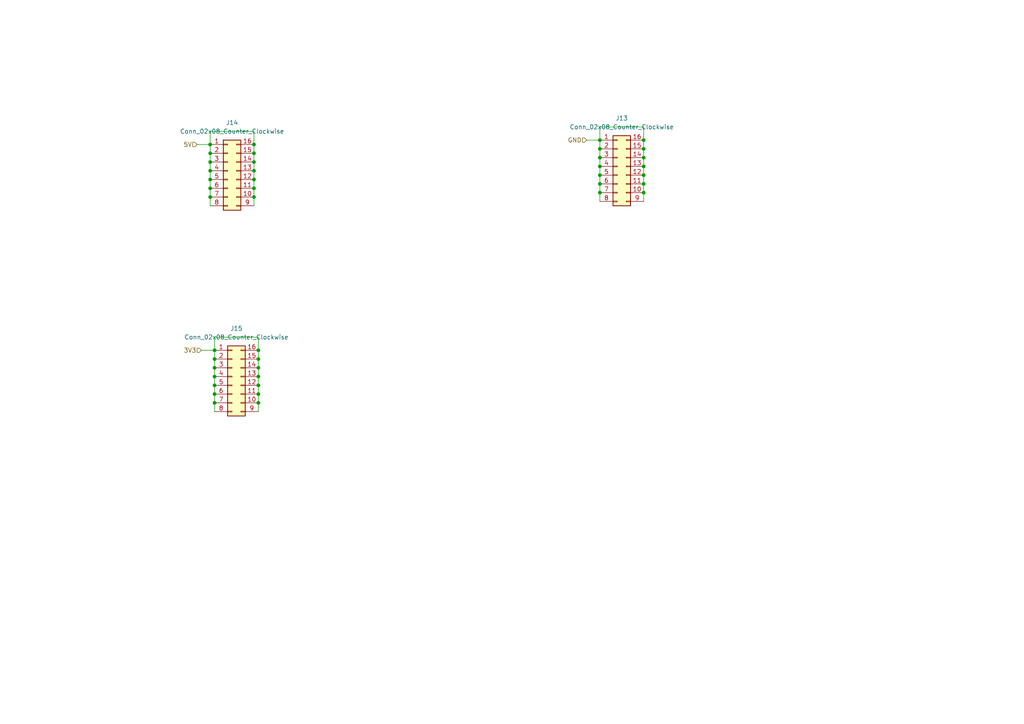
<source format=kicad_sch>
(kicad_sch (version 20230121) (generator eeschema)
  (paper "A4")
  (lib_symbols
    (symbol "Connector_Generic:Conn_02x08_Counter_Clockwise" (pin_names (offset 1.016) hide)
      (property "Reference" "J" (at 1.27 10.16 0))
      (property "Value" "Conn_02x08_Counter_Clockwise" (at 1.27 -12.7 0))
      (symbol "Conn_02x08_Counter_Clockwise_1_1"
        (rectangle (start -1.27 -10.033) (end 0 -10.287) (stroke (width 0.1524)))
        (rectangle (start -1.27 -7.493) (end 0 -7.747) (stroke (width 0.1524)))
        (rectangle (start -1.27 -4.953) (end 0 -5.207) (stroke (width 0.1524)))
        (rectangle (start -1.27 -2.413) (end 0 -2.667) (stroke (width 0.1524)))
        (rectangle (start -1.27 0.127) (end 0 -0.127) (stroke (width 0.1524)))
        (rectangle (start -1.27 2.667) (end 0 2.413) (stroke (width 0.1524)))
        (rectangle (start -1.27 5.207) (end 0 4.953) (stroke (width 0.1524)))
        (rectangle (start -1.27 7.747) (end 0 7.493) (stroke (width 0.1524)))
        (rectangle (start -1.27 8.89) (end 3.81 -11.43) (stroke (width 0.254)) (fill (type background)))
        (rectangle (start 3.81 -10.033) (end 2.54 -10.287) (stroke (width 0.1524)))
        (rectangle (start 3.81 -7.493) (end 2.54 -7.747) (stroke (width 0.1524)))
        (rectangle (start 3.81 -4.953) (end 2.54 -5.207) (stroke (width 0.1524)))
        (rectangle (start 3.81 -2.413) (end 2.54 -2.667) (stroke (width 0.1524)))
        (rectangle (start 3.81 0.127) (end 2.54 -0.127) (stroke (width 0.1524)))
        (rectangle (start 3.81 2.667) (end 2.54 2.413) (stroke (width 0.1524)))
        (rectangle (start 3.81 5.207) (end 2.54 4.953) (stroke (width 0.1524)))
        (rectangle (start 3.81 7.747) (end 2.54 7.493) (stroke (width 0.1524)))
        (pin passive line (at -5.08 7.62 0) (length 3.81) (name "Pin_1") (number "1"))
        (pin passive line (at 7.62 -7.62 180) (length 3.81) (name "Pin_10") (number "10"))
        (pin passive line (at 7.62 -5.08 180) (length 3.81) (name "Pin_11") (number "11"))
        (pin passive line (at 7.62 -2.54 180) (length 3.81) (name "Pin_12") (number "12"))
        (pin passive line (at 7.62 0 180) (length 3.81) (name "Pin_13") (number "13"))
        (pin passive line (at 7.62 2.54 180) (length 3.81) (name "Pin_14") (number "14"))
        (pin passive line (at 7.62 5.08 180) (length 3.81) (name "Pin_15") (number "15"))
        (pin passive line (at 7.62 7.62 180) (length 3.81) (name "Pin_16") (number "16"))
        (pin passive line (at -5.08 5.08 0) (length 3.81) (name "Pin_2") (number "2"))
        (pin passive line (at -5.08 2.54 0) (length 3.81) (name "Pin_3") (number "3"))
        (pin passive line (at -5.08 0 0) (length 3.81) (name "Pin_4") (number "4"))
        (pin passive line (at -5.08 -2.54 0) (length 3.81) (name "Pin_5") (number "5"))
        (pin passive line (at -5.08 -5.08 0) (length 3.81) (name "Pin_6") (number "6"))
        (pin passive line (at -5.08 -7.62 0) (length 3.81) (name "Pin_7") (number "7"))
        (pin passive line (at -5.08 -10.16 0) (length 3.81) (name "Pin_8") (number "8"))
        (pin passive line (at 7.62 -10.16 180) (length 3.81) (name "Pin_9") (number "9"))
      )
    )
  )
  (junction (at 186.69 43.18))
  (junction (at 62.23 111.76))
  (junction (at 73.66 52.07))
  (junction (at 186.69 45.72))
  (junction (at 73.66 44.45))
  (junction (at 60.96 44.45))
  (junction (at 173.99 48.26))
  (junction (at 74.93 106.68))
  (junction (at 62.23 109.22))
  (junction (at 73.66 41.91))
  (junction (at 60.96 52.07))
  (junction (at 74.93 111.76))
  (junction (at 186.69 55.88))
  (junction (at 173.99 50.8))
  (junction (at 73.66 49.53))
  (junction (at 60.96 46.99))
  (junction (at 62.23 104.14))
  (junction (at 60.96 57.15))
  (junction (at 73.66 54.61))
  (junction (at 62.23 101.6))
  (junction (at 173.99 55.88))
  (junction (at 186.69 53.34))
  (junction (at 62.23 106.68))
  (junction (at 186.69 48.26))
  (junction (at 60.96 49.53))
  (junction (at 62.23 116.84))
  (junction (at 173.99 40.64))
  (junction (at 74.93 114.3))
  (junction (at 74.93 109.22))
  (junction (at 62.23 114.3))
  (junction (at 60.96 54.61))
  (junction (at 73.66 46.99))
  (junction (at 173.99 45.72))
  (junction (at 186.69 50.8))
  (junction (at 173.99 43.18))
  (junction (at 60.96 41.91))
  (junction (at 74.93 101.6))
  (junction (at 74.93 104.14))
  (junction (at 73.66 57.15))
  (junction (at 173.99 53.34))
  (junction (at 186.69 40.64))
  (junction (at 74.93 116.84))
  (wire (pts (xy 74.93 97.79) (xy 62.23 97.79)))
  (wire (pts (xy 173.99 43.18) (xy 173.99 45.72)))
  (wire (pts (xy 173.99 40.64) (xy 173.99 43.18)))
  (wire (pts (xy 170.18 40.64) (xy 173.99 40.64)))
  (wire (pts (xy 62.23 116.84) (xy 62.23 119.38)))
  (wire (pts (xy 62.23 111.76) (xy 62.23 114.3)))
  (wire (pts (xy 73.66 57.15) (xy 73.66 59.69)))
  (wire (pts (xy 62.23 106.68) (xy 62.23 109.22)))
  (wire (pts (xy 186.69 43.18) (xy 186.69 45.72)))
  (wire (pts (xy 60.96 41.91) (xy 60.96 38.1)))
  (wire (pts (xy 74.93 101.6) (xy 74.93 97.79)))
  (wire (pts (xy 74.93 109.22) (xy 74.93 111.76)))
  (wire (pts (xy 73.66 54.61) (xy 73.66 57.15)))
  (wire (pts (xy 62.23 109.22) (xy 62.23 111.76)))
  (wire (pts (xy 186.69 45.72) (xy 186.69 48.26)))
  (wire (pts (xy 73.66 41.91) (xy 73.66 44.45)))
  (wire (pts (xy 173.99 50.8) (xy 173.99 53.34)))
  (wire (pts (xy 186.69 50.8) (xy 186.69 53.34)))
  (wire (pts (xy 60.96 41.91) (xy 60.96 44.45)))
  (wire (pts (xy 74.93 114.3) (xy 74.93 116.84)))
  (wire (pts (xy 173.99 45.72) (xy 173.99 48.26)))
  (wire (pts (xy 173.99 53.34) (xy 173.99 55.88)))
  (wire (pts (xy 186.69 53.34) (xy 186.69 55.88)))
  (wire (pts (xy 58.42 101.6) (xy 62.23 101.6)))
  (wire (pts (xy 62.23 104.14) (xy 62.23 106.68)))
  (wire (pts (xy 186.69 36.83) (xy 173.99 36.83)))
  (wire (pts (xy 60.96 44.45) (xy 60.96 46.99)))
  (wire (pts (xy 60.96 57.15) (xy 60.96 59.69)))
  (wire (pts (xy 186.69 40.64) (xy 186.69 43.18)))
  (wire (pts (xy 173.99 48.26) (xy 173.99 50.8)))
  (wire (pts (xy 73.66 52.07) (xy 73.66 54.61)))
  (wire (pts (xy 186.69 48.26) (xy 186.69 50.8)))
  (wire (pts (xy 60.96 38.1) (xy 73.66 38.1)))
  (wire (pts (xy 73.66 46.99) (xy 73.66 49.53)))
  (wire (pts (xy 62.23 114.3) (xy 62.23 116.84)))
  (wire (pts (xy 62.23 97.79) (xy 62.23 101.6)))
  (wire (pts (xy 74.93 106.68) (xy 74.93 109.22)))
  (wire (pts (xy 173.99 55.88) (xy 173.99 58.42)))
  (wire (pts (xy 186.69 40.64) (xy 186.69 36.83)))
  (wire (pts (xy 74.93 111.76) (xy 74.93 114.3)))
  (wire (pts (xy 186.69 55.88) (xy 186.69 58.42)))
  (wire (pts (xy 60.96 52.07) (xy 60.96 54.61)))
  (wire (pts (xy 57.15 41.91) (xy 60.96 41.91)))
  (wire (pts (xy 73.66 49.53) (xy 73.66 52.07)))
  (wire (pts (xy 74.93 116.84) (xy 74.93 119.38)))
  (wire (pts (xy 60.96 46.99) (xy 60.96 49.53)))
  (wire (pts (xy 60.96 49.53) (xy 60.96 52.07)))
  (wire (pts (xy 62.23 101.6) (xy 62.23 104.14)))
  (wire (pts (xy 173.99 36.83) (xy 173.99 40.64)))
  (wire (pts (xy 74.93 104.14) (xy 74.93 106.68)))
  (wire (pts (xy 74.93 101.6) (xy 74.93 104.14)))
  (wire (pts (xy 60.96 54.61) (xy 60.96 57.15)))
  (wire (pts (xy 73.66 38.1) (xy 73.66 41.91)))
  (wire (pts (xy 73.66 44.45) (xy 73.66 46.99)))
  (hierarchical_label "5V" (shape input) (at 57.15 41.91 180))
  (hierarchical_label "3V3" (shape input) (at 58.42 101.6 180))
  (hierarchical_label "GND" (shape input) (at 170.18 40.64 180))
  (symbol (lib_id "Connector_Generic:Conn_02x08_Counter_Clockwise") (at 67.31 109.22 0) (unit 1)
    (property "Reference" "J15" (at 68.58 95.25 0))
    (property "Value" "Conn_02x08_Counter_Clockwise" (at 68.58 97.79 0))
    (property "Footprint" "Connector_PinSocket_2.00mm:PinSocket_2x08_P2.00mm_Vertical" (effects hide))
  )
  (symbol (lib_id "Connector_Generic:Conn_02x08_Counter_Clockwise") (at 66.04 49.53 0) (unit 1)
    (property "Reference" "J14" (at 67.31 35.56 0))
    (property "Value" "Conn_02x08_Counter_Clockwise" (at 67.31 38.1 0))
    (property "Footprint" "Connector_PinSocket_2.00mm:PinSocket_2x08_P2.00mm_Vertical" (effects hide))
  )
  (symbol (lib_id "Connector_Generic:Conn_02x08_Counter_Clockwise") (at 179.07 48.26 0) (unit 1)
    (property "Reference" "J13" (at 180.34 34.29 0))
    (property "Value" "Conn_02x08_Counter_Clockwise" (at 180.34 36.83 0))
    (property "Footprint" "Connector_PinSocket_2.00mm:PinSocket_2x08_P2.00mm_Vertical" (effects hide))
  )
)
</source>
